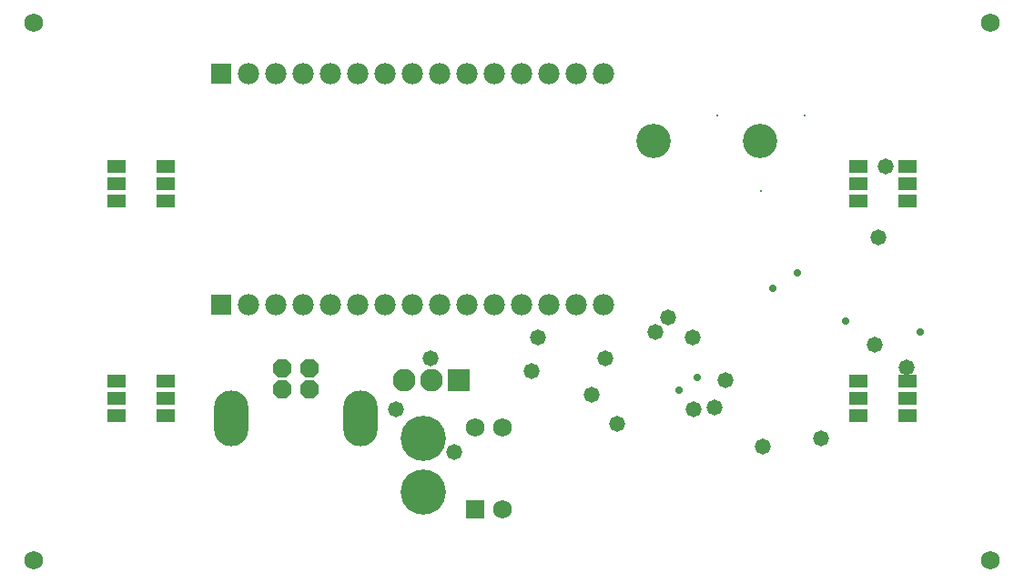
<source format=gbs>
G04 Layer_Color=8150272*
%FSLAX24Y24*%
%MOIN*%
G70*
G01*
G75*
%ADD135R,0.0830X0.0830*%
%ADD136C,0.0830*%
%ADD137C,0.0277*%
%ADD138R,0.0680X0.0680*%
%ADD139C,0.0680*%
%ADD140C,0.1655*%
%ADD141C,0.0080*%
%ADD142C,0.1261*%
%ADD143P,0.0726X8X22.5*%
%ADD144O,0.1261X0.2049*%
%ADD145R,0.0780X0.0780*%
%ADD146C,0.0780*%
%ADD147C,0.0580*%
%ADD148R,0.0671X0.0474*%
D135*
X25394Y26260D02*
D03*
D136*
X24394D02*
D03*
X23394D02*
D03*
D137*
X34154Y26378D02*
D03*
X33465Y25886D02*
D03*
X42323Y28051D02*
D03*
X39567Y28445D02*
D03*
X37795Y30217D02*
D03*
X36909Y29626D02*
D03*
D138*
X26024Y21535D02*
D03*
D139*
X27024D02*
D03*
Y24535D02*
D03*
X26024D02*
D03*
X44882Y19685D02*
D03*
X9843D02*
D03*
X44882Y39370D02*
D03*
X9843D02*
D03*
D140*
X24094Y22165D02*
D03*
Y24134D02*
D03*
D141*
X38091Y35984D02*
D03*
X36476Y33189D02*
D03*
X34862Y35984D02*
D03*
D142*
X32539Y35039D02*
D03*
X36437D02*
D03*
D143*
X18957Y25927D02*
D03*
Y26715D02*
D03*
X19941D02*
D03*
Y25927D02*
D03*
D144*
X21819Y24860D02*
D03*
X17079D02*
D03*
D145*
X16720Y29035D02*
D03*
Y37500D02*
D03*
D146*
X17720Y29035D02*
D03*
X18720D02*
D03*
X19720D02*
D03*
X20720D02*
D03*
X21720D02*
D03*
X22720D02*
D03*
X23720D02*
D03*
X24720D02*
D03*
X25720D02*
D03*
X26720D02*
D03*
X27720D02*
D03*
X28720D02*
D03*
X29720D02*
D03*
X30720D02*
D03*
X17720Y37500D02*
D03*
X18720D02*
D03*
X19720D02*
D03*
X20720D02*
D03*
X21720D02*
D03*
X22720D02*
D03*
X23720D02*
D03*
X24720D02*
D03*
X25720D02*
D03*
X26720D02*
D03*
X27720D02*
D03*
X28720D02*
D03*
X29720D02*
D03*
X30720D02*
D03*
D147*
X41055Y34094D02*
D03*
X28319Y27820D02*
D03*
X24384Y27070D02*
D03*
X30780D02*
D03*
X25250Y23650D02*
D03*
X23105Y25190D02*
D03*
X34786Y25280D02*
D03*
X35170Y26265D02*
D03*
X32620Y28020D02*
D03*
X31210Y24660D02*
D03*
X36545Y23840D02*
D03*
X30270Y25740D02*
D03*
X28070Y26590D02*
D03*
X34000Y25200D02*
D03*
X38690Y24120D02*
D03*
X33975Y27820D02*
D03*
X40780Y31510D02*
D03*
X33090Y28570D02*
D03*
X41800Y26750D02*
D03*
X40650Y27560D02*
D03*
D148*
X14685Y32835D02*
D03*
Y33465D02*
D03*
Y34094D02*
D03*
X12874D02*
D03*
Y33465D02*
D03*
Y32835D02*
D03*
X14685Y24961D02*
D03*
Y25591D02*
D03*
Y26220D02*
D03*
X12874D02*
D03*
Y25591D02*
D03*
Y24961D02*
D03*
X41850D02*
D03*
Y25591D02*
D03*
Y26220D02*
D03*
X40039D02*
D03*
Y25591D02*
D03*
Y24961D02*
D03*
X41850Y32835D02*
D03*
Y33465D02*
D03*
Y34094D02*
D03*
X40039D02*
D03*
Y33465D02*
D03*
Y32835D02*
D03*
M02*

</source>
